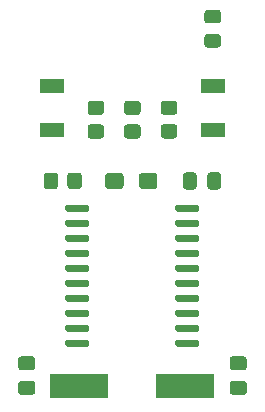
<source format=gbr>
%TF.GenerationSoftware,KiCad,Pcbnew,(5.1.6)-1*%
%TF.CreationDate,2021-06-08T09:34:39+02:00*%
%TF.ProjectId,Joyadapter_SMD,4a6f7961-6461-4707-9465-725f534d442e,rev?*%
%TF.SameCoordinates,Original*%
%TF.FileFunction,Paste,Top*%
%TF.FilePolarity,Positive*%
%FSLAX46Y46*%
G04 Gerber Fmt 4.6, Leading zero omitted, Abs format (unit mm)*
G04 Created by KiCad (PCBNEW (5.1.6)-1) date 2021-06-08 09:34:39*
%MOMM*%
%LPD*%
G01*
G04 APERTURE LIST*
%ADD10R,5.000000X2.000000*%
%ADD11R,2.000000X1.250000*%
G04 APERTURE END LIST*
%TO.C,F1*%
G36*
G01*
X155514999Y-92840000D02*
X156415001Y-92840000D01*
G75*
G02*
X156665000Y-93089999I0J-249999D01*
G01*
X156665000Y-93740001D01*
G75*
G02*
X156415001Y-93990000I-249999J0D01*
G01*
X155514999Y-93990000D01*
G75*
G02*
X155265000Y-93740001I0J249999D01*
G01*
X155265000Y-93089999D01*
G75*
G02*
X155514999Y-92840000I249999J0D01*
G01*
G37*
G36*
G01*
X155514999Y-90790000D02*
X156415001Y-90790000D01*
G75*
G02*
X156665000Y-91039999I0J-249999D01*
G01*
X156665000Y-91690001D01*
G75*
G02*
X156415001Y-91940000I-249999J0D01*
G01*
X155514999Y-91940000D01*
G75*
G02*
X155265000Y-91690001I0J249999D01*
G01*
X155265000Y-91039999D01*
G75*
G02*
X155514999Y-90790000I249999J0D01*
G01*
G37*
%TD*%
%TO.C,R4*%
G36*
G01*
X148714999Y-100490000D02*
X149615001Y-100490000D01*
G75*
G02*
X149865000Y-100739999I0J-249999D01*
G01*
X149865000Y-101440001D01*
G75*
G02*
X149615001Y-101690000I-249999J0D01*
G01*
X148714999Y-101690000D01*
G75*
G02*
X148465000Y-101440001I0J249999D01*
G01*
X148465000Y-100739999D01*
G75*
G02*
X148714999Y-100490000I249999J0D01*
G01*
G37*
G36*
G01*
X148714999Y-98490000D02*
X149615001Y-98490000D01*
G75*
G02*
X149865000Y-98739999I0J-249999D01*
G01*
X149865000Y-99440001D01*
G75*
G02*
X149615001Y-99690000I-249999J0D01*
G01*
X148714999Y-99690000D01*
G75*
G02*
X148465000Y-99440001I0J249999D01*
G01*
X148465000Y-98739999D01*
G75*
G02*
X148714999Y-98490000I249999J0D01*
G01*
G37*
%TD*%
D10*
%TO.C,Y1*%
X153635000Y-122670000D03*
X144635000Y-122670000D03*
%TD*%
%TO.C,R2*%
G36*
G01*
X146515001Y-99690000D02*
X145614999Y-99690000D01*
G75*
G02*
X145365000Y-99440001I0J249999D01*
G01*
X145365000Y-98739999D01*
G75*
G02*
X145614999Y-98490000I249999J0D01*
G01*
X146515001Y-98490000D01*
G75*
G02*
X146765000Y-98739999I0J-249999D01*
G01*
X146765000Y-99440001D01*
G75*
G02*
X146515001Y-99690000I-249999J0D01*
G01*
G37*
G36*
G01*
X146515001Y-101690000D02*
X145614999Y-101690000D01*
G75*
G02*
X145365000Y-101440001I0J249999D01*
G01*
X145365000Y-100739999D01*
G75*
G02*
X145614999Y-100490000I249999J0D01*
G01*
X146515001Y-100490000D01*
G75*
G02*
X146765000Y-100739999I0J-249999D01*
G01*
X146765000Y-101440001D01*
G75*
G02*
X146515001Y-101690000I-249999J0D01*
G01*
G37*
%TD*%
%TO.C,R1*%
G36*
G01*
X152715001Y-99690000D02*
X151814999Y-99690000D01*
G75*
G02*
X151565000Y-99440001I0J249999D01*
G01*
X151565000Y-98739999D01*
G75*
G02*
X151814999Y-98490000I249999J0D01*
G01*
X152715001Y-98490000D01*
G75*
G02*
X152965000Y-98739999I0J-249999D01*
G01*
X152965000Y-99440001D01*
G75*
G02*
X152715001Y-99690000I-249999J0D01*
G01*
G37*
G36*
G01*
X152715001Y-101690000D02*
X151814999Y-101690000D01*
G75*
G02*
X151565000Y-101440001I0J249999D01*
G01*
X151565000Y-100739999D01*
G75*
G02*
X151814999Y-100490000I249999J0D01*
G01*
X152715001Y-100490000D01*
G75*
G02*
X152965000Y-100739999I0J-249999D01*
G01*
X152965000Y-101440001D01*
G75*
G02*
X152715001Y-101690000I-249999J0D01*
G01*
G37*
%TD*%
%TO.C,C2*%
G36*
G01*
X148415000Y-104854999D02*
X148415000Y-105705001D01*
G75*
G02*
X148165001Y-105955000I-249999J0D01*
G01*
X147089999Y-105955000D01*
G75*
G02*
X146840000Y-105705001I0J249999D01*
G01*
X146840000Y-104854999D01*
G75*
G02*
X147089999Y-104605000I249999J0D01*
G01*
X148165001Y-104605000D01*
G75*
G02*
X148415000Y-104854999I0J-249999D01*
G01*
G37*
G36*
G01*
X151290000Y-104854999D02*
X151290000Y-105705001D01*
G75*
G02*
X151040001Y-105955000I-249999J0D01*
G01*
X149964999Y-105955000D01*
G75*
G02*
X149715000Y-105705001I0J249999D01*
G01*
X149715000Y-104854999D01*
G75*
G02*
X149964999Y-104605000I249999J0D01*
G01*
X151040001Y-104605000D01*
G75*
G02*
X151290000Y-104854999I0J-249999D01*
G01*
G37*
%TD*%
%TO.C,C1*%
G36*
G01*
X155515000Y-105755000D02*
X155515000Y-104805000D01*
G75*
G02*
X155765000Y-104555000I250000J0D01*
G01*
X156440000Y-104555000D01*
G75*
G02*
X156690000Y-104805000I0J-250000D01*
G01*
X156690000Y-105755000D01*
G75*
G02*
X156440000Y-106005000I-250000J0D01*
G01*
X155765000Y-106005000D01*
G75*
G02*
X155515000Y-105755000I0J250000D01*
G01*
G37*
G36*
G01*
X153440000Y-105755000D02*
X153440000Y-104805000D01*
G75*
G02*
X153690000Y-104555000I250000J0D01*
G01*
X154365000Y-104555000D01*
G75*
G02*
X154615000Y-104805000I0J-250000D01*
G01*
X154615000Y-105755000D01*
G75*
G02*
X154365000Y-106005000I-250000J0D01*
G01*
X153690000Y-106005000D01*
G75*
G02*
X153440000Y-105755000I0J250000D01*
G01*
G37*
%TD*%
D11*
%TO.C,D2*%
X142365000Y-100955000D03*
X142365000Y-97205000D03*
%TD*%
%TO.C,D1*%
X155965000Y-100955000D03*
X155965000Y-97205000D03*
%TD*%
%TO.C,U1*%
G36*
G01*
X152780000Y-107745000D02*
X152780000Y-107445000D01*
G75*
G02*
X152930000Y-107295000I150000J0D01*
G01*
X154680000Y-107295000D01*
G75*
G02*
X154830000Y-107445000I0J-150000D01*
G01*
X154830000Y-107745000D01*
G75*
G02*
X154680000Y-107895000I-150000J0D01*
G01*
X152930000Y-107895000D01*
G75*
G02*
X152780000Y-107745000I0J150000D01*
G01*
G37*
G36*
G01*
X152780000Y-109015000D02*
X152780000Y-108715000D01*
G75*
G02*
X152930000Y-108565000I150000J0D01*
G01*
X154680000Y-108565000D01*
G75*
G02*
X154830000Y-108715000I0J-150000D01*
G01*
X154830000Y-109015000D01*
G75*
G02*
X154680000Y-109165000I-150000J0D01*
G01*
X152930000Y-109165000D01*
G75*
G02*
X152780000Y-109015000I0J150000D01*
G01*
G37*
G36*
G01*
X152780000Y-110285000D02*
X152780000Y-109985000D01*
G75*
G02*
X152930000Y-109835000I150000J0D01*
G01*
X154680000Y-109835000D01*
G75*
G02*
X154830000Y-109985000I0J-150000D01*
G01*
X154830000Y-110285000D01*
G75*
G02*
X154680000Y-110435000I-150000J0D01*
G01*
X152930000Y-110435000D01*
G75*
G02*
X152780000Y-110285000I0J150000D01*
G01*
G37*
G36*
G01*
X152780000Y-111555000D02*
X152780000Y-111255000D01*
G75*
G02*
X152930000Y-111105000I150000J0D01*
G01*
X154680000Y-111105000D01*
G75*
G02*
X154830000Y-111255000I0J-150000D01*
G01*
X154830000Y-111555000D01*
G75*
G02*
X154680000Y-111705000I-150000J0D01*
G01*
X152930000Y-111705000D01*
G75*
G02*
X152780000Y-111555000I0J150000D01*
G01*
G37*
G36*
G01*
X152780000Y-112825000D02*
X152780000Y-112525000D01*
G75*
G02*
X152930000Y-112375000I150000J0D01*
G01*
X154680000Y-112375000D01*
G75*
G02*
X154830000Y-112525000I0J-150000D01*
G01*
X154830000Y-112825000D01*
G75*
G02*
X154680000Y-112975000I-150000J0D01*
G01*
X152930000Y-112975000D01*
G75*
G02*
X152780000Y-112825000I0J150000D01*
G01*
G37*
G36*
G01*
X152780000Y-114095000D02*
X152780000Y-113795000D01*
G75*
G02*
X152930000Y-113645000I150000J0D01*
G01*
X154680000Y-113645000D01*
G75*
G02*
X154830000Y-113795000I0J-150000D01*
G01*
X154830000Y-114095000D01*
G75*
G02*
X154680000Y-114245000I-150000J0D01*
G01*
X152930000Y-114245000D01*
G75*
G02*
X152780000Y-114095000I0J150000D01*
G01*
G37*
G36*
G01*
X152780000Y-115365000D02*
X152780000Y-115065000D01*
G75*
G02*
X152930000Y-114915000I150000J0D01*
G01*
X154680000Y-114915000D01*
G75*
G02*
X154830000Y-115065000I0J-150000D01*
G01*
X154830000Y-115365000D01*
G75*
G02*
X154680000Y-115515000I-150000J0D01*
G01*
X152930000Y-115515000D01*
G75*
G02*
X152780000Y-115365000I0J150000D01*
G01*
G37*
G36*
G01*
X152780000Y-116635000D02*
X152780000Y-116335000D01*
G75*
G02*
X152930000Y-116185000I150000J0D01*
G01*
X154680000Y-116185000D01*
G75*
G02*
X154830000Y-116335000I0J-150000D01*
G01*
X154830000Y-116635000D01*
G75*
G02*
X154680000Y-116785000I-150000J0D01*
G01*
X152930000Y-116785000D01*
G75*
G02*
X152780000Y-116635000I0J150000D01*
G01*
G37*
G36*
G01*
X152780000Y-117905000D02*
X152780000Y-117605000D01*
G75*
G02*
X152930000Y-117455000I150000J0D01*
G01*
X154680000Y-117455000D01*
G75*
G02*
X154830000Y-117605000I0J-150000D01*
G01*
X154830000Y-117905000D01*
G75*
G02*
X154680000Y-118055000I-150000J0D01*
G01*
X152930000Y-118055000D01*
G75*
G02*
X152780000Y-117905000I0J150000D01*
G01*
G37*
G36*
G01*
X152780000Y-119175000D02*
X152780000Y-118875000D01*
G75*
G02*
X152930000Y-118725000I150000J0D01*
G01*
X154680000Y-118725000D01*
G75*
G02*
X154830000Y-118875000I0J-150000D01*
G01*
X154830000Y-119175000D01*
G75*
G02*
X154680000Y-119325000I-150000J0D01*
G01*
X152930000Y-119325000D01*
G75*
G02*
X152780000Y-119175000I0J150000D01*
G01*
G37*
G36*
G01*
X143480000Y-119175000D02*
X143480000Y-118875000D01*
G75*
G02*
X143630000Y-118725000I150000J0D01*
G01*
X145380000Y-118725000D01*
G75*
G02*
X145530000Y-118875000I0J-150000D01*
G01*
X145530000Y-119175000D01*
G75*
G02*
X145380000Y-119325000I-150000J0D01*
G01*
X143630000Y-119325000D01*
G75*
G02*
X143480000Y-119175000I0J150000D01*
G01*
G37*
G36*
G01*
X143480000Y-117905000D02*
X143480000Y-117605000D01*
G75*
G02*
X143630000Y-117455000I150000J0D01*
G01*
X145380000Y-117455000D01*
G75*
G02*
X145530000Y-117605000I0J-150000D01*
G01*
X145530000Y-117905000D01*
G75*
G02*
X145380000Y-118055000I-150000J0D01*
G01*
X143630000Y-118055000D01*
G75*
G02*
X143480000Y-117905000I0J150000D01*
G01*
G37*
G36*
G01*
X143480000Y-116635000D02*
X143480000Y-116335000D01*
G75*
G02*
X143630000Y-116185000I150000J0D01*
G01*
X145380000Y-116185000D01*
G75*
G02*
X145530000Y-116335000I0J-150000D01*
G01*
X145530000Y-116635000D01*
G75*
G02*
X145380000Y-116785000I-150000J0D01*
G01*
X143630000Y-116785000D01*
G75*
G02*
X143480000Y-116635000I0J150000D01*
G01*
G37*
G36*
G01*
X143480000Y-115365000D02*
X143480000Y-115065000D01*
G75*
G02*
X143630000Y-114915000I150000J0D01*
G01*
X145380000Y-114915000D01*
G75*
G02*
X145530000Y-115065000I0J-150000D01*
G01*
X145530000Y-115365000D01*
G75*
G02*
X145380000Y-115515000I-150000J0D01*
G01*
X143630000Y-115515000D01*
G75*
G02*
X143480000Y-115365000I0J150000D01*
G01*
G37*
G36*
G01*
X143480000Y-114095000D02*
X143480000Y-113795000D01*
G75*
G02*
X143630000Y-113645000I150000J0D01*
G01*
X145380000Y-113645000D01*
G75*
G02*
X145530000Y-113795000I0J-150000D01*
G01*
X145530000Y-114095000D01*
G75*
G02*
X145380000Y-114245000I-150000J0D01*
G01*
X143630000Y-114245000D01*
G75*
G02*
X143480000Y-114095000I0J150000D01*
G01*
G37*
G36*
G01*
X143480000Y-112825000D02*
X143480000Y-112525000D01*
G75*
G02*
X143630000Y-112375000I150000J0D01*
G01*
X145380000Y-112375000D01*
G75*
G02*
X145530000Y-112525000I0J-150000D01*
G01*
X145530000Y-112825000D01*
G75*
G02*
X145380000Y-112975000I-150000J0D01*
G01*
X143630000Y-112975000D01*
G75*
G02*
X143480000Y-112825000I0J150000D01*
G01*
G37*
G36*
G01*
X143480000Y-111555000D02*
X143480000Y-111255000D01*
G75*
G02*
X143630000Y-111105000I150000J0D01*
G01*
X145380000Y-111105000D01*
G75*
G02*
X145530000Y-111255000I0J-150000D01*
G01*
X145530000Y-111555000D01*
G75*
G02*
X145380000Y-111705000I-150000J0D01*
G01*
X143630000Y-111705000D01*
G75*
G02*
X143480000Y-111555000I0J150000D01*
G01*
G37*
G36*
G01*
X143480000Y-110285000D02*
X143480000Y-109985000D01*
G75*
G02*
X143630000Y-109835000I150000J0D01*
G01*
X145380000Y-109835000D01*
G75*
G02*
X145530000Y-109985000I0J-150000D01*
G01*
X145530000Y-110285000D01*
G75*
G02*
X145380000Y-110435000I-150000J0D01*
G01*
X143630000Y-110435000D01*
G75*
G02*
X143480000Y-110285000I0J150000D01*
G01*
G37*
G36*
G01*
X143480000Y-109015000D02*
X143480000Y-108715000D01*
G75*
G02*
X143630000Y-108565000I150000J0D01*
G01*
X145380000Y-108565000D01*
G75*
G02*
X145530000Y-108715000I0J-150000D01*
G01*
X145530000Y-109015000D01*
G75*
G02*
X145380000Y-109165000I-150000J0D01*
G01*
X143630000Y-109165000D01*
G75*
G02*
X143480000Y-109015000I0J150000D01*
G01*
G37*
G36*
G01*
X143480000Y-107745000D02*
X143480000Y-107445000D01*
G75*
G02*
X143630000Y-107295000I150000J0D01*
G01*
X145380000Y-107295000D01*
G75*
G02*
X145530000Y-107445000I0J-150000D01*
G01*
X145530000Y-107745000D01*
G75*
G02*
X145380000Y-107895000I-150000J0D01*
G01*
X143630000Y-107895000D01*
G75*
G02*
X143480000Y-107745000I0J150000D01*
G01*
G37*
%TD*%
%TO.C,R3*%
G36*
G01*
X143665000Y-105730001D02*
X143665000Y-104829999D01*
G75*
G02*
X143914999Y-104580000I249999J0D01*
G01*
X144615001Y-104580000D01*
G75*
G02*
X144865000Y-104829999I0J-249999D01*
G01*
X144865000Y-105730001D01*
G75*
G02*
X144615001Y-105980000I-249999J0D01*
G01*
X143914999Y-105980000D01*
G75*
G02*
X143665000Y-105730001I0J249999D01*
G01*
G37*
G36*
G01*
X141665000Y-105730001D02*
X141665000Y-104829999D01*
G75*
G02*
X141914999Y-104580000I249999J0D01*
G01*
X142615001Y-104580000D01*
G75*
G02*
X142865000Y-104829999I0J-249999D01*
G01*
X142865000Y-105730001D01*
G75*
G02*
X142615001Y-105980000I-249999J0D01*
G01*
X141914999Y-105980000D01*
G75*
G02*
X141665000Y-105730001I0J249999D01*
G01*
G37*
%TD*%
%TO.C,C4*%
G36*
G01*
X140690000Y-121305000D02*
X139740000Y-121305000D01*
G75*
G02*
X139490000Y-121055000I0J250000D01*
G01*
X139490000Y-120380000D01*
G75*
G02*
X139740000Y-120130000I250000J0D01*
G01*
X140690000Y-120130000D01*
G75*
G02*
X140940000Y-120380000I0J-250000D01*
G01*
X140940000Y-121055000D01*
G75*
G02*
X140690000Y-121305000I-250000J0D01*
G01*
G37*
G36*
G01*
X140690000Y-123380000D02*
X139740000Y-123380000D01*
G75*
G02*
X139490000Y-123130000I0J250000D01*
G01*
X139490000Y-122455000D01*
G75*
G02*
X139740000Y-122205000I250000J0D01*
G01*
X140690000Y-122205000D01*
G75*
G02*
X140940000Y-122455000I0J-250000D01*
G01*
X140940000Y-123130000D01*
G75*
G02*
X140690000Y-123380000I-250000J0D01*
G01*
G37*
%TD*%
%TO.C,C3*%
G36*
G01*
X158600000Y-121310000D02*
X157650000Y-121310000D01*
G75*
G02*
X157400000Y-121060000I0J250000D01*
G01*
X157400000Y-120385000D01*
G75*
G02*
X157650000Y-120135000I250000J0D01*
G01*
X158600000Y-120135000D01*
G75*
G02*
X158850000Y-120385000I0J-250000D01*
G01*
X158850000Y-121060000D01*
G75*
G02*
X158600000Y-121310000I-250000J0D01*
G01*
G37*
G36*
G01*
X158600000Y-123385000D02*
X157650000Y-123385000D01*
G75*
G02*
X157400000Y-123135000I0J250000D01*
G01*
X157400000Y-122460000D01*
G75*
G02*
X157650000Y-122210000I250000J0D01*
G01*
X158600000Y-122210000D01*
G75*
G02*
X158850000Y-122460000I0J-250000D01*
G01*
X158850000Y-123135000D01*
G75*
G02*
X158600000Y-123385000I-250000J0D01*
G01*
G37*
%TD*%
M02*

</source>
